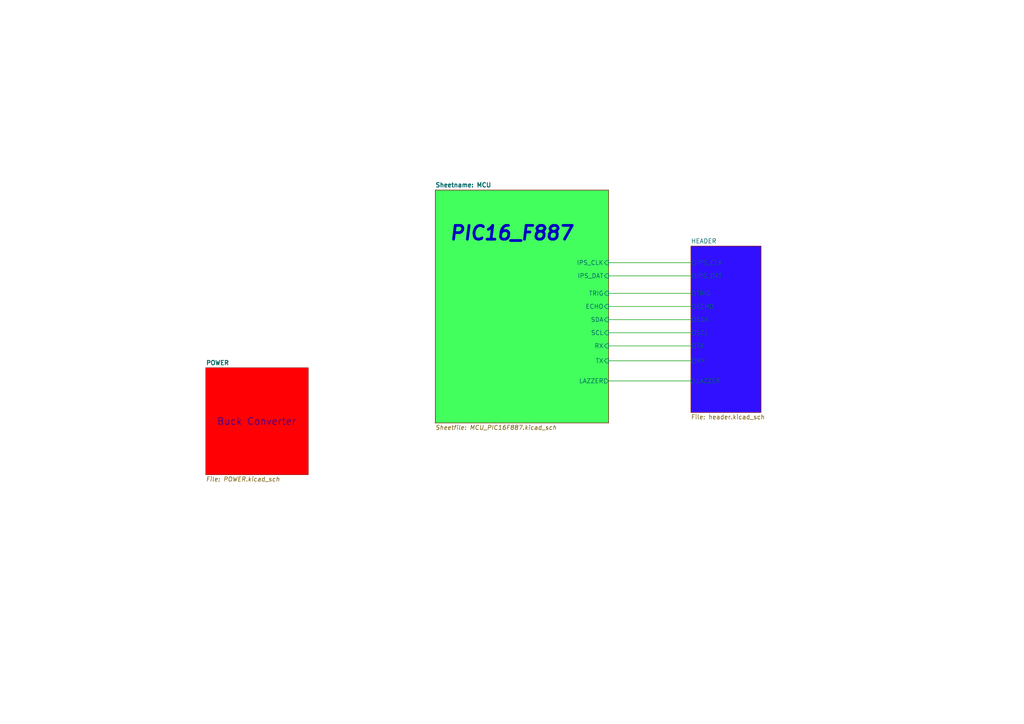
<source format=kicad_sch>
(kicad_sch
	(version 20231120)
	(generator "eeschema")
	(generator_version "8.0")
	(uuid "4b00fc3b-c9af-4c22-98e1-5adbb173bad6")
	(paper "A4")
	(title_block
		(date "2025-02-02")
	)
	(lib_symbols)
	(wire
		(pts
			(xy 176.53 100.33) (xy 200.406 100.33)
		)
		(stroke
			(width 0)
			(type default)
		)
		(uuid "12790aaf-a3b3-4bcb-9613-9a401d80627e")
	)
	(wire
		(pts
			(xy 176.53 92.71) (xy 200.406 92.71)
		)
		(stroke
			(width 0)
			(type default)
		)
		(uuid "2b097dd4-04d9-49ea-b92d-d5637aafadd4")
	)
	(wire
		(pts
			(xy 176.53 110.49) (xy 200.406 110.49)
		)
		(stroke
			(width 0)
			(type default)
		)
		(uuid "407705eb-451f-41ab-968f-34cbf686cb14")
	)
	(wire
		(pts
			(xy 200.406 104.648) (xy 176.53 104.648)
		)
		(stroke
			(width 0)
			(type default)
		)
		(uuid "94de03bf-d2b4-4610-947b-d05d225cd330")
	)
	(wire
		(pts
			(xy 176.53 80.01) (xy 200.406 80.01)
		)
		(stroke
			(width 0)
			(type default)
		)
		(uuid "a274e2ad-5f0e-41a6-868d-0079aca68eea")
	)
	(wire
		(pts
			(xy 176.53 76.2) (xy 200.406 76.2)
		)
		(stroke
			(width 0)
			(type default)
		)
		(uuid "b91f92d0-6e03-41ef-9c91-57d3f5251a1b")
	)
	(wire
		(pts
			(xy 200.406 96.52) (xy 176.53 96.52)
		)
		(stroke
			(width 0)
			(type default)
		)
		(uuid "caa93ca3-7a8a-4fa3-8472-cef66036222d")
	)
	(wire
		(pts
			(xy 176.53 88.9) (xy 200.406 88.9)
		)
		(stroke
			(width 0)
			(type default)
		)
		(uuid "ce9cefc5-7d81-45d5-8114-c2bcde8a6bbd")
	)
	(wire
		(pts
			(xy 176.53 85.09) (xy 200.406 85.09)
		)
		(stroke
			(width 0)
			(type default)
		)
		(uuid "e5c80ba0-62be-4de1-9b08-a04ddac5bd5e")
	)
	(text "Buck Converter\n"
		(exclude_from_sim no)
		(at 74.422 122.428 0)
		(effects
			(font
				(size 2 2)
			)
		)
		(uuid "885c9830-6524-47f7-a6cc-42e460196109")
	)
	(text "PIC16_F887\n"
		(exclude_from_sim no)
		(at 148.336 67.818 0)
		(effects
			(font
				(size 4 4)
				(thickness 0.8)
				(bold yes)
				(italic yes)
			)
		)
		(uuid "9f4cdf60-a803-4673-8a33-25d6ef56a1e4")
	)
	(sheet
		(at 200.406 71.374)
		(size 20.32 48.26)
		(fields_autoplaced yes)
		(stroke
			(width 0.1524)
			(type solid)
		)
		(fill
			(color 49 15 255 1.0000)
		)
		(uuid "0baf26b2-0c14-4d19-8747-b6c573eda299")
		(property "Sheetname" "HEADER"
			(at 200.406 70.6624 0)
			(effects
				(font
					(size 1.27 1.27)
				)
				(justify left bottom)
			)
		)
		(property "Sheetfile" "header.kicad_sch"
			(at 200.406 120.2186 0)
			(effects
				(font
					(size 1.27 1.27)
				)
				(justify left top)
			)
		)
		(pin "SCL" output
			(at 200.406 96.52 180)
			(effects
				(font
					(size 1.27 1.27)
				)
				(justify left)
			)
			(uuid "c24c87cd-a493-4ace-bc4b-18f9ad041aac")
		)
		(pin "SDA" output
			(at 200.406 92.71 180)
			(effects
				(font
					(size 1.27 1.27)
				)
				(justify left)
			)
			(uuid "067fa611-c782-4f0c-90fd-81057213902c")
		)
		(pin "ECHO" output
			(at 200.406 88.9 180)
			(effects
				(font
					(size 1.27 1.27)
				)
				(justify left)
			)
			(uuid "adb233fa-a20a-4f4c-8c80-d9bd3f442a2c")
		)
		(pin "TRIG" output
			(at 200.406 85.09 180)
			(effects
				(font
					(size 1.27 1.27)
				)
				(justify left)
			)
			(uuid "6ce7c93e-6720-49cd-8c3a-3067d964e5e9")
		)
		(pin "IPS_DAT" output
			(at 200.406 80.01 180)
			(effects
				(font
					(size 1.27 1.27)
				)
				(justify left)
			)
			(uuid "0084cb6c-1074-4a51-9430-40ff1f509a74")
		)
		(pin "IPS_CLK" output
			(at 200.406 76.2 180)
			(effects
				(font
					(size 1.27 1.27)
				)
				(justify left)
			)
			(uuid "7ded8c4e-affb-42da-9d4b-2dea6676efd4")
		)
		(pin "TX" output
			(at 200.406 100.33 180)
			(effects
				(font
					(size 1.27 1.27)
				)
				(justify left)
			)
			(uuid "bad20d9f-379c-4203-ac32-e27e5bb4c7c9")
		)
		(pin "RX" output
			(at 200.406 104.648 180)
			(effects
				(font
					(size 1.27 1.27)
				)
				(justify left)
			)
			(uuid "bf2a6a75-5f96-4c3e-8b7a-e82c40c54f15")
		)
		(pin "LAZZER" input
			(at 200.406 110.49 180)
			(effects
				(font
					(size 1.27 1.27)
				)
				(justify left)
			)
			(uuid "22abe812-e936-408e-81b8-a62edacfbd26")
		)
		(instances
			(project "Hoang_Trung_An_BTL"
				(path "/4b00fc3b-c9af-4c22-98e1-5adbb173bad6"
					(page "4")
				)
			)
		)
	)
	(sheet
		(at 126.238 55.118)
		(size 50.292 67.564)
		(fields_autoplaced yes)
		(stroke
			(width 0.1524)
			(type solid)
		)
		(fill
			(color 66 255 93 1.0000)
		)
		(uuid "ddbdfd9d-606d-436d-ad79-8136e9f0be35")
		(property "Sheetname" "MCU"
			(at 126.238 54.4064 0)
			(show_name yes)
			(effects
				(font
					(size 1.27 1.27)
					(bold yes)
				)
				(justify left bottom)
			)
		)
		(property "Sheetfile" "MCU_PIC16F887.kicad_sch"
			(at 126.238 123.2666 0)
			(show_name yes)
			(effects
				(font
					(size 1.27 1.27)
					(italic yes)
				)
				(justify left top)
			)
		)
		(pin "SDA" input
			(at 176.53 92.71 0)
			(effects
				(font
					(size 1.27 1.27)
				)
				(justify right)
			)
			(uuid "87b576f9-8d55-472e-afcd-1fd5b3bd4758")
		)
		(pin "SCL" input
			(at 176.53 96.52 0)
			(effects
				(font
					(size 1.27 1.27)
				)
				(justify right)
			)
			(uuid "b8bdb4fc-1d76-4ff0-be47-d7862b36510e")
		)
		(pin "IPS_DAT" input
			(at 176.53 80.01 0)
			(effects
				(font
					(size 1.27 1.27)
				)
				(justify right)
			)
			(uuid "d5bba766-a44a-44f9-bfac-6e9f94c62ae0")
		)
		(pin "IPS_CLK" input
			(at 176.53 76.2 0)
			(effects
				(font
					(size 1.27 1.27)
				)
				(justify right)
			)
			(uuid "a6dabc14-863f-4896-a4c6-5ad284cf05d7")
		)
		(pin "TRIG" input
			(at 176.53 85.09 0)
			(effects
				(font
					(size 1.27 1.27)
				)
				(justify right)
			)
			(uuid "08ce0aff-1bf2-4fd2-b0a1-ff9c144ebb03")
		)
		(pin "ECHO" input
			(at 176.53 88.9 0)
			(effects
				(font
					(size 1.27 1.27)
				)
				(justify right)
			)
			(uuid "431ab8df-5820-42c4-9ae0-d95cec30154e")
		)
		(pin "RX" input
			(at 176.53 100.33 0)
			(effects
				(font
					(size 1.27 1.27)
				)
				(justify right)
			)
			(uuid "e6646f4d-ffc9-4410-ac3d-fc525bf1d45d")
		)
		(pin "TX" input
			(at 176.53 104.648 0)
			(effects
				(font
					(size 1.27 1.27)
				)
				(justify right)
			)
			(uuid "fb9ae1c6-27b8-471d-ba59-8a8066e7074b")
		)
		(pin "LAZZER" output
			(at 176.53 110.49 0)
			(effects
				(font
					(size 1.27 1.27)
				)
				(justify right)
			)
			(uuid "e0402a7a-7d10-4a6a-a721-8225166f2bfd")
		)
		(instances
			(project "Hoang_Trung_An_BTL"
				(path "/4b00fc3b-c9af-4c22-98e1-5adbb173bad6"
					(page "2")
				)
			)
		)
	)
	(sheet
		(at 59.69 106.68)
		(size 29.718 30.988)
		(fields_autoplaced yes)
		(stroke
			(width 0.1524)
			(type solid)
		)
		(fill
			(color 255 0 4 1.0000)
		)
		(uuid "f612fb47-ce8b-4e29-9031-6593d55a9522")
		(property "Sheetname" "POWER"
			(at 59.69 105.9684 0)
			(effects
				(font
					(size 1.27 1.27)
					(bold yes)
				)
				(justify left bottom)
			)
		)
		(property "Sheetfile" "POWER.kicad_sch"
			(at 59.69 138.2526 0)
			(effects
				(font
					(size 1.27 1.27)
					(italic yes)
				)
				(justify left top)
			)
		)
		(instances
			(project "Hoang_Trung_An_BTL"
				(path "/4b00fc3b-c9af-4c22-98e1-5adbb173bad6"
					(page "3")
				)
			)
		)
	)
	(sheet_instances
		(path "/"
			(page "1")
		)
	)
)

</source>
